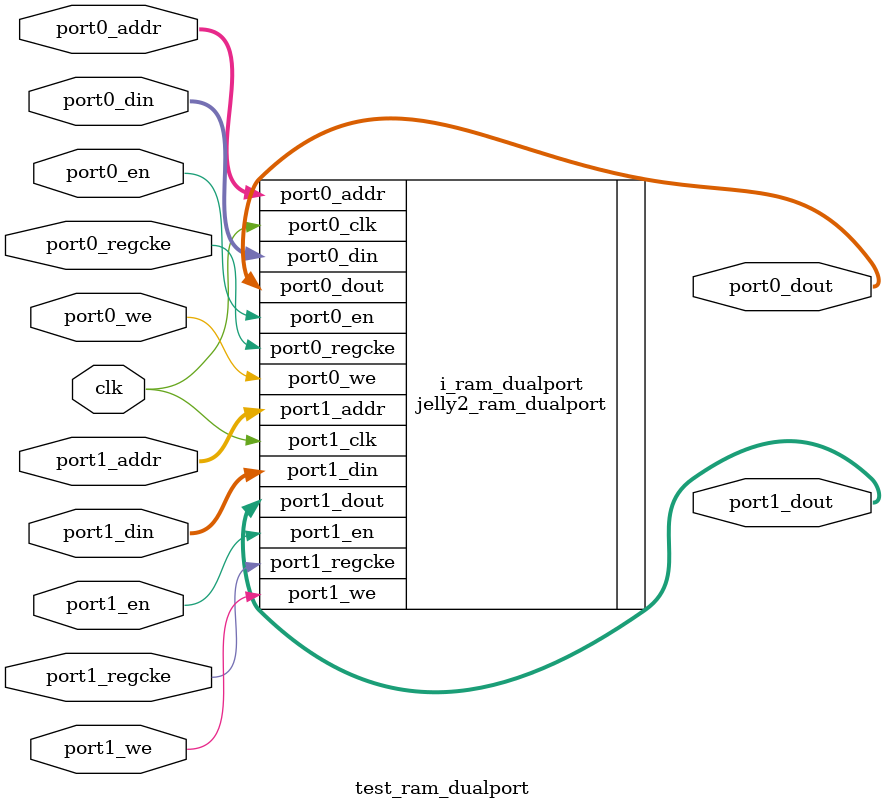
<source format=sv>



`timescale 1ns / 1ps
`default_nettype none


module test_ram_dualport
        #(
            parameter   int                                 ADDR_WIDTH   = 14,
            parameter   int                                 DATA_WIDTH   = 8,
            parameter   int                                 WE_WIDTH     = 1,
            parameter   int                                 WORD_WIDTH   = DATA_WIDTH/WE_WIDTH,
            parameter   int                                 MEM_SIZE     = (1 << ADDR_WIDTH),
            parameter                                       RAM_TYPE     = "ultra", // "block",
            parameter   bit                                 DOUT_REGS0   = 0,
            parameter   bit                                 DOUT_REGS1   = 0,
            parameter                                       MODE0        = "NO_CHANGE",
            parameter                                       MODE1        = "NO_CHANGE",

            parameter   bit                                 FILLMEM      = 0,
            parameter   logic   [WE_WIDTH*WORD_WIDTH-1:0]   FILLMEM_DATA = 0,
            parameter   bit                                 READMEMB     = 0,
            parameter   bit                                 READMEMH     = 0,
            parameter                                       READMEM_FIlE = ""
        )
        (
            input   wire                                clk,

            // port0
            input   wire                                port0_en,
            input   wire                                port0_regcke,
            input   wire    [WE_WIDTH-1:0]              port0_we,
            input   wire    [ADDR_WIDTH-1:0]            port0_addr,
            input   wire    [WE_WIDTH*WORD_WIDTH-1:0]   port0_din,
            output  wire    [WE_WIDTH*WORD_WIDTH-1:0]   port0_dout,
            
            // port1
            input   wire                                port1_en,
            input   wire                                port1_regcke,
            input   wire    [WE_WIDTH-1:0]              port1_we,
            input   wire    [ADDR_WIDTH-1:0]            port1_addr,
            input   wire    [WE_WIDTH*WORD_WIDTH-1:0]   port1_din,
            output  wire    [WE_WIDTH*WORD_WIDTH-1:0]   port1_dout
        );
    
 
    jelly2_ram_dualport
            #(
                .ADDR_WIDTH     (ADDR_WIDTH  ),
                .DATA_WIDTH     (DATA_WIDTH  ),
                .WE_WIDTH       (WE_WIDTH    ),
                .WORD_WIDTH     (WORD_WIDTH  ),
                .MEM_SIZE       (MEM_SIZE    ),
                .RAM_TYPE       (RAM_TYPE    ),
                .DOUT_REGS0     (DOUT_REGS0  ),
                .DOUT_REGS1     (DOUT_REGS1  ),
                .MODE0          (MODE0       ),
                .MODE1          (MODE1       ),

                .FILLMEM        (FILLMEM     ),
                .FILLMEM_DATA   (FILLMEM_DATA),
                .READMEMB       (READMEMB    ),
                .READMEMH       (READMEMH    ),
                .READMEM_FIlE   (READMEM_FIlE)
            )
        i_ram_dualport
            (
                .port0_clk      (clk),
                .port0_en,
                .port0_regcke,
                .port0_we,
                .port0_addr,
                .port0_din,
                .port0_dout,
                
                .port1_clk      (clk),
                .port1_en,
                .port1_regcke,
                .port1_we,
                .port1_addr,
                .port1_din,
                .port1_dout
            );
    
endmodule


`default_nettype wire


// End of file

</source>
